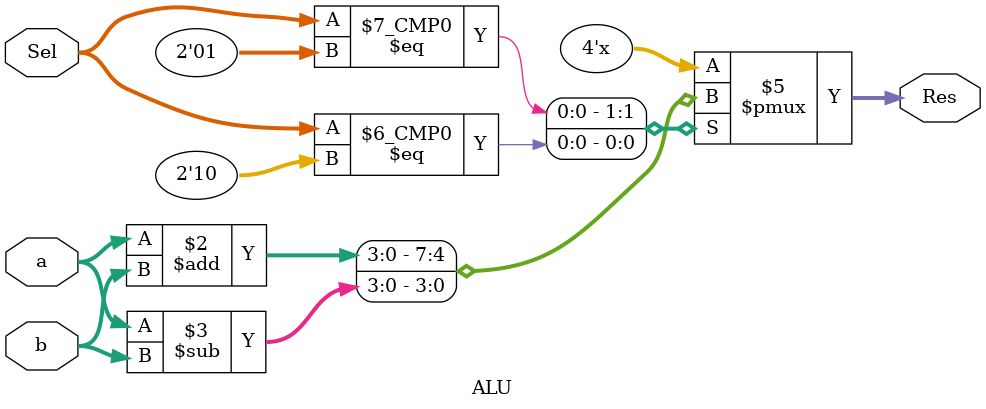
<source format=sv>
`timescale 1ns / 1ps

module ALU(
    input logic [3:0] a,
    input logic [3:0] b,
    input logic [1:0] Sel,
    output logic [3:0] Res);
    
    always_comb begin
        case (Sel)
            2'b01: Res = a + b;
            2'b10: Res = a - b;
        endcase
    end
endmodule
</source>
